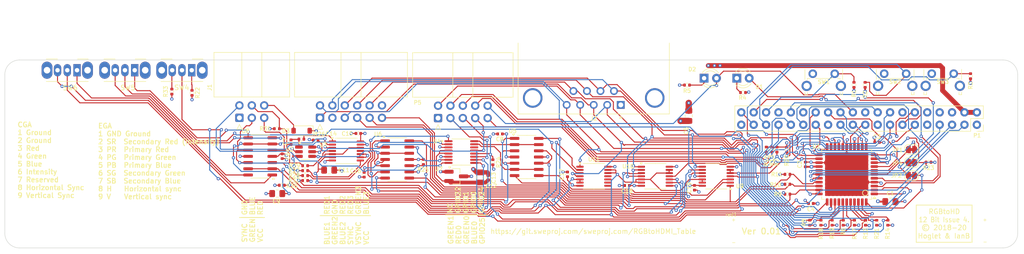
<source format=kicad_pcb>
(kicad_pcb
	(version 20240108)
	(generator "pcbnew")
	(generator_version "8.0")
	(general
		(thickness 1.6)
		(legacy_teardrops no)
	)
	(paper "A4")
	(title_block
		(title "RGBtoHDMI_Table")
		(date "2024-10-21")
		(rev "0.01")
		(company "SweProj.com")
	)
	(layers
		(0 "F.Cu" signal)
		(1 "In1.Cu" signal)
		(2 "In2.Cu" signal)
		(31 "B.Cu" signal)
		(34 "B.Paste" user)
		(35 "F.Paste" user)
		(36 "B.SilkS" user "B.Silkscreen")
		(37 "F.SilkS" user "F.Silkscreen")
		(38 "B.Mask" user)
		(39 "F.Mask" user)
		(40 "Dwgs.User" user "User.Drawings")
		(41 "Cmts.User" user "User.Comments")
		(44 "Edge.Cuts" user)
		(45 "Margin" user)
		(46 "B.CrtYd" user "B.Courtyard")
		(47 "F.CrtYd" user "F.Courtyard")
		(48 "B.Fab" user)
		(49 "F.Fab" user)
	)
	(setup
		(stackup
			(layer "F.SilkS"
				(type "Top Silk Screen")
			)
			(layer "F.Paste"
				(type "Top Solder Paste")
			)
			(layer "F.Mask"
				(type "Top Solder Mask")
				(thickness 0.01)
			)
			(layer "F.Cu"
				(type "copper")
				(thickness 0.035)
			)
			(layer "dielectric 1"
				(type "prepreg")
				(thickness 0.1)
				(material "FR4")
				(epsilon_r 4.5)
				(loss_tangent 0.02)
			)
			(layer "In1.Cu"
				(type "copper")
				(thickness 0.035)
			)
			(layer "dielectric 2"
				(type "core")
				(thickness 1.24)
				(material "FR4")
				(epsilon_r 4.5)
				(loss_tangent 0.02)
			)
			(layer "In2.Cu"
				(type "copper")
				(thickness 0.035)
			)
			(layer "dielectric 3"
				(type "prepreg")
				(thickness 0.1)
				(material "FR4")
				(epsilon_r 4.5)
				(loss_tangent 0.02)
			)
			(layer "B.Cu"
				(type "copper")
				(thickness 0.035)
			)
			(layer "B.Mask"
				(type "Bottom Solder Mask")
				(thickness 0.01)
			)
			(layer "B.Paste"
				(type "Bottom Solder Paste")
			)
			(layer "B.SilkS"
				(type "Bottom Silk Screen")
			)
			(copper_finish "None")
			(dielectric_constraints no)
		)
		(pad_to_mask_clearance 0.05)
		(solder_mask_min_width 0.1)
		(allow_soldermask_bridges_in_footprints yes)
		(aux_axis_origin 84.402 56.40096)
		(grid_origin 45.002 28.00096)
		(pcbplotparams
			(layerselection 0x00010f0_ffffffff)
			(plot_on_all_layers_selection 0x0000000_00000000)
			(disableapertmacros no)
			(usegerberextensions yes)
			(usegerberattributes no)
			(usegerberadvancedattributes no)
			(creategerberjobfile no)
			(dashed_line_dash_ratio 12.000000)
			(dashed_line_gap_ratio 3.000000)
			(svgprecision 4)
			(plotframeref no)
			(viasonmask no)
			(mode 1)
			(useauxorigin no)
			(hpglpennumber 1)
			(hpglpenspeed 20)
			(hpglpendiameter 15.000000)
			(pdf_front_fp_property_popups yes)
			(pdf_back_fp_property_popups yes)
			(dxfpolygonmode yes)
			(dxfimperialunits yes)
			(dxfusepcbnewfont yes)
			(psnegative no)
			(psa4output no)
			(plotreference yes)
			(plotvalue no)
			(plotfptext yes)
			(plotinvisibletext no)
			(sketchpadsonfab no)
			(subtractmaskfromsilk no)
			(outputformat 1)
			(mirror no)
			(drillshape 0)
			(scaleselection 1)
			(outputdirectory "manufacturing/")
		)
	)
	(net 0 "")
	(net 1 "/3V3")
	(net 2 "/GPIO19")
	(net 3 "/GPIO16")
	(net 4 "/GPIO26")
	(net 5 "Net-(D1-K)")
	(net 6 "Net-(D2-K)")
	(net 7 "/VCC")
	(net 8 "GND")
	(net 9 "/SYNC")
	(net 10 "/VSYNC")
	(net 11 "/RxD")
	(net 12 "/TxD")
	(net 13 "/SPDATA")
	(net 14 "/SPCLK")
	(net 15 "/CLKEN")
	(net 16 "/R1")
	(net 17 "/B1")
	(net 18 "/G2")
	(net 19 "/R2")
	(net 20 "/B2")
	(net 21 "/R3")
	(net 22 "/G3")
	(net 23 "/B3")
	(net 24 "/B0")
	(net 25 "/G0")
	(net 26 "/R0")
	(net 27 "/G1")
	(net 28 "/GPIO27_genlock")
	(net 29 "/GPIO25_mode7")
	(net 30 "/GPIO0_sp_data")
	(net 31 "/GPIO20_sp_clk")
	(net 32 "/GPIO1_sp_clken")
	(net 33 "/GPIO17_psync")
	(net 34 "/GPIO18_Version")
	(net 35 "/GPIO22_analog")
	(net 36 "/GPIO24_mux")
	(net 37 "/GPIO21_clk")
	(net 38 "/GPIO2_Q00")
	(net 39 "/GPIO3_Q01")
	(net 40 "/GPIO4_Q02")
	(net 41 "/GPIO10_Q08")
	(net 42 "/GPIO9_Q07")
	(net 43 "/GPIO11_Q09")
	(net 44 "/GPIO8_Q06")
	(net 45 "/GPIO7_Q05")
	(net 46 "/GPIO5_Q03")
	(net 47 "/GPIO6_Q04")
	(net 48 "/GPIO12_Q10")
	(net 49 "/GPIO13_Q11")
	(net 50 "/GPIO23_csync")
	(net 51 "/AGREEN")
	(net 52 "/CGREEN")
	(net 53 "/CLAMPLVL")
	(net 54 "/VANALOG")
	(net 55 "/ASYNC")
	(net 56 "/VCLAMP")
	(net 57 "Net-(R27-Pad2)")
	(net 58 "/ABLUE")
	(net 59 "Net-(R28-Pad2)")
	(net 60 "/ARED")
	(net 61 "Net-(R29-Pad2)")
	(net 62 "/SGREEN")
	(net 63 "unconnected-(U4-DOUT-Pad14)")
	(net 64 "/REFGYSYNC")
	(net 65 "/REFRBUVLO")
	(net 66 "/REFSYNC")
	(net 67 "/SPARE")
	(net 68 "/REFGYLO")
	(net 69 "/REFGYHI")
	(net 70 "/REFRBUVHI")
	(net 71 "/DETECT")
	(net 72 "/B3_A")
	(net 73 "/R2_A")
	(net 74 "/B2_A")
	(net 75 "/SYNC_A")
	(net 76 "/G2_A")
	(net 77 "/VSYNC_A")
	(net 78 "/TERM")
	(net 79 "/R3_A")
	(net 80 "/G0_A")
	(net 81 "/B1_A")
	(net 82 "/R1_A")
	(net 83 "unconnected-(U11-Pad8)")
	(net 84 "unconnected-(U11-Pad11)")
	(net 85 "unconnected-(U11-Pad9)")
	(net 86 "unconnected-(U11-Pad10)")
	(net 87 "/VCC_IN")
	(net 88 "unconnected-(P5-Pin_1-Pad1)")
	(net 89 "Net-(SW4-A)")
	(net 90 "Net-(SW4-C)")
	(net 91 "Net-(SW5-C)")
	(net 92 "Net-(SW5-A)")
	(net 93 "Net-(SW6-A)")
	(net 94 "Net-(SW6-C)")
	(footprint "rgbtohdmi:RPi_Hat_Mounting_Hole" (layer "F.Cu") (at 268.721 97.27))
	(footprint "rgbtohdmi:RPi_Hat_Mounting_Hole" (layer "F.Cu") (at 210.721 97.27))
	(footprint "rgbtohdmi:RPi_Hat_Mounting_Hole" (layer "F.Cu") (at 268.721 120.27))
	(footprint "rgbtohdmi:RPi_Hat_Mounting_Hole" (layer "F.Cu") (at 210.721 120.27))
	(footprint "Jumper:SolderJumper-2_P1.3mm_Bridged_RoundedPad1.0x1.5mm" (layer "F.Cu") (at 250.462 108.95496))
	(footprint "Jumper:SolderJumper-2_P1.3mm_Bridged_RoundedPad1.0x1.5mm" (layer "F.Cu") (at 250.462 103.62096 180))
	(footprint "Jumper:SolderJumper-2_P1.3mm_Bridged_RoundedPad1.0x1.5mm" (layer "F.Cu") (at 250.462 106.28796 180))
	(footprint "Capacitor_SMD:C_0805_2012Metric_Pad1.18x1.45mm_HandSolder" (layer "F.Cu") (at 246.129 114.28896))
	(footprint "Capacitor_SMD:C_0402_1005Metric" (layer "F.Cu") (at 228.73 106.66896 90))
	(footprint "Capacitor_SMD:C_0402_1005Metric" (layer "F.Cu") (at 243.4086 102.14776))
	(footprint "Capacitor_SMD:C_0402_1005Metric" (layer "F.Cu") (at 229.8515 114.66996 180))
	(footprint "Resistor_SMD:R_0402_1005Metric" (layer "F.Cu") (at 238.677 90.35996 90))
	(footprint "Resistor_SMD:R_0402_1005Metric" (layer "F.Cu") (at 240.963 90.35996 90))
	(footprint "Resistor_SMD:R_0402_1005Metric" (layer "F.Cu") (at 262.553 88.58196 90))
	(footprint "Resistor_SMD:R_0402_1005Metric" (layer "F.Cu") (at 215.944 91.93696))
	(footprint "Resistor_SMD:R_0402_1005Metric" (layer "F.Cu") (at 204.475 90.41296 180))
	(footprint "Button_Switch_THT:SW_Tactile_SPST_Angled_PTS645Vx39-2LFS" (layer "F.Cu") (at 230.2396 88.09346))
	(footprint "Button_Switch_THT:SW_Tactile_SPST_Angled_PTS645Vx39-2LFS" (layer "F.Cu") (at 244.87 88.07616))
	(footprint "Button_Switch_THT:SW_Tactile_SPST_Angled_PTS645Vx39-2LFS" (layer "F.Cu") (at 254.6126 88.07616))
	(footprint "Package_QFP:LQFP-44_10x10mm_P0.8mm" (layer "F.Cu") (at 237.183 108.70096 180))
	(footprint "rgbtohdmi:PinSocket_2x20_P2.54mm_Vertical_Custom" (layer "F.Cu") (at 263.853 98.54096 -90))
	(footprint "Resistor_SMD:R_0402_1005Metric" (layer "F.Cu") (at 222.888 103.61896 90))
	(footprint "Connector_IDC:IDC-Header_2x06_P2.54mm_Horizontal" (layer "F.Cu") (at 129.289 97.11856 90))
	(footprint "Connector_IDC:IDC-Header_2x05_P2.54mm_Horizontal" (layer "F.Cu") (at 153.4698 97.16936 90))
	(footprint "LED_THT:LED_D3.0mm" (layer "F.Cu") (at 214.674 89))
	(footprint "LED_THT:LED_D3.0mm" (layer "F.Cu") (at 207.9782 89))
	(footprint "Resistor_SMD:R_0402_1005Metric" (layer "F.Cu") (at 231.905 118.60696 -90))
	(footprint "Capacitor_SMD:C_0402_1005Metric" (layer "F.Cu") (at 163.7314 109.38416 90))
	(footprint "Resistor_SMD:R_0402_1005Metric" (layer "F.Cu") (at 98.936 91.74546 -90))
	(footprint "Package_SO:TSSOP-14_4.4x5mm_P0.65mm" (layer "F.Cu") (at 210.4674 109.08776 180))
	(footprint "Package_SO:QSOP-16_3.9x4.9mm_P0.635mm"
		(layer "F.Cu")
		(uuid "1b5112fe-303d-444e-9e67-45ab31f7ed89")
		(at 158.245 104.12896)
		(descr "QSOP, 16 Pin (https://pdfserv.maximintegrated.com/package_dwgs/21-0055.PDF), generated with kicad-footprint-generator ipc_gullwing_generator.py")
		(tags "QSOP SO")
		(property "Reference" "U4"
			(at -4.9825 -2.2225 0)
			(layer "F.SilkS")
			(uuid "15cba79d-2f8f-4642-a100-9e7dea9bfd02")
			(effects
				(font
					(size 0.8 0.8)
					(thickness 0.15)
				)
			)
		)
		(property "Value" "MAX5259EEE+"
			(at 0 3.4 0)
			(layer "F.Fab")
			(uuid "91a354f4-7f12-4f33-9779-bd05d450d728")
			(effects
				(font
					(size 1 1)
					(thickness 0.15)
				)
			)
		)
		(property "Footprint" "Package_SO:QSOP-16_3.9x4.9mm_P0.635mm"
			(at 0 0 0)
			(unlocked yes)
			(layer "F.Fab")
			(hide yes)
			(uuid "a88579cc-1fa5-400b-ac95-2aacc5374444")
			(effects
				(font
					(size 1.27 1.27)
					(thickness 0.15)
				)
			)
		)
		(property "Datasheet" ""
			(at 0 0 0)
			(unlocked yes)
			(layer "F.Fab")
			(hide yes)
			(uuid "95a33722-a09f-4d9d-848f-f4b45dc26a48")
			(effects
				(font
					(size 1.27 1.27)
					(thickness 0.15)
				)
			)
		)
		(property "Description" ""
			(at 0 0 0)
			(unlocked yes)
			(layer "F.Fab")
			(hide yes)
			(uuid "14f10e5b-1353-4a7e-8150-acc7de735102")
			(effects
				(font
					(size 1.27 1.27)
					(thickness 0.15)
				)
			)
		)
		(property "LCSC" ""
			(at 0 0 0)
			(unlocked yes)
			(layer "F.Fab")
			(hide yes)
			(uuid "06cb246d-99ca-422f-a0fe-15cc3454c3ca")
			(effects
				(font
					(size 1 1)
					(thickness 0.15)
				)
			)
		)
		(path "/71b68b90-b720-48f7-9024-7798b93e89e1")
		(sheetname "Root")
		(sheetfile "rgb-to-hdmi.kicad_sch")
		(attr smd)
		(fp_line
			(start 0 -2.6825)
			(end -1.95 -2.6825)
			(stroke
				(width 0.12)
				(type solid)
			)
			(layer "F.SilkS")
			(uuid "de1458a0-eb6b-4588-b4b8-26797494ced9")
		)
		(fp_line
			(start 0 -2.6825)
			(end 1.95 -2.6825)
			(stroke
				(width 0.12)
				(type solid)
			)
			(layer "F.SilkS")
			(uuid "65209a9b-6aa1-423e-98f6-17b42ac7d8e5")
		)
		(fp_line
			(start 0 2.6825)
			(end -1.95 2.6825)
			(stroke
				(width 0.12)
				(type solid)
			)
			(layer "F.SilkS")
			(uuid "5960f843-9dc3-45f2-a074-1dd74f0c06a1")
		)
		(fp_line
			(start 0 2.6825)
			(end 1.95 2.6825)
			(stroke
				(width 0.12)
				(type solid)
			)
			(layer "F.SilkS")
			(uuid "4875184c-00f9-4ddb-a484-53df981dbddf")
		)
		(fp_poly
			(pts
				(xy -3.71 -2.2225) (xy -4.04 -2.4625) (xy -4.04 -1.9825) (xy -3.71 -2.2225)
			)
			(stroke
				(width 0.12)
				(type solid)
			)
			(fill solid)
			(layer "F.SilkS")
			(uuid "a74eec00-3c38-4fe8-8086-8a78c3d5463d")
		)
		(fp_line
			(start -3.7 -2.7)
			(end -3.7 2.7)
			(stroke
				(width 0.05)
				(type solid)
			)
			(layer "F.CrtYd")
			(uuid "1ad6dc59-28c0-4610-a3a8-5fb9ed452f37")
		)
		(fp_line
			(start -3.7 2.7)
			(end 3.7 2.7)
			(stroke
				(width 0.05)
				(type solid)
			)
			(layer "F.CrtYd")
			(uuid "fff563a2-4c40-4a86-befb-6af4600f61f2")
		)
		(fp_line
			(start 3.7 -2.7)
			(end -3.7 -2.7)
			(stroke
				(width 0.05)
				(type solid)
			)
			(layer "F.CrtYd")
			(uuid "8760bf07-f782-4ef7-b3d8-306c1b5ff73d")
		)
		(fp_line
			(start 3.7 2.7)
			(end 3.7 -2.7)
			(stroke
				(width 0.05)
				(type solid)
			)
			(layer "F.CrtYd")
			(uuid "ab48022b-cde8-4cae-956b-26a3d2cbf260")
		)
		(fp_line
			(start -1.95 -1.475)
			(end -0.975 -2.45)
			(stroke
				(width 0.1)
				(type solid)
			)
			(layer "F.Fab")
			(uuid "500c8c83-9cf5-4969-bf11-d09ff3236cd6")
		)
		(fp_line
			(start -1.95 2.45)
			(end -1.95 -1.475)
			(stroke
				(width 0.1)
				(type solid)
			)
			(layer "F.Fab")
			(uuid "91da9da7-892e-4ba8-9cba-77247001fdec")
		)
		(fp_line
			(start -0.975 -2.45)
			(end 1.95 -2.45)
			(stroke
				(width 0.1)
				(type solid)
			)
			(layer "F.Fab")
			(uuid "fd1a7d65-7775-4183-bf7a-367dc90165b3")
		)
		(fp_line
			(start 1.95 -2.45)
			(end 1.95 2.45)
			(stroke
				(width 0.1)
				(type solid)
			)
			(layer "F.Fab")
			(uuid "b1a0eb42-af0f-4e75-bd40-f39df5b9f2b6")
		)
		(fp_line
			(start 1.95 2.45)
			(end -1.95 2.45)
			(stroke
				(width 0.1)
				(type solid)
			)
			(layer "F.Fab")
			(uuid "51157973-e7fd-4663-8dcd-6ebac6a640d0")
		)
		(fp_text user "${REFERENCE}"
			(at 0 0 0)
			(layer "F.Fab")
			(uuid "463785c9-8596-434d-84e8-92a404e2b754")
			(effects
				(font
					(size 0.98 0.98)
					(thickness 0.15)
				)
			)
		)
		(pad "1" smd roundrect
			(at -2.6375 -2.2225)
			(size 1.625 0.4)
			(layers "F.Cu" "F.Paste" "F.Mask")
			(roundrect_rratio 0.25)
			(net 68 "/REFGYLO")
			(pinfunction "OUTB")
			(pintype "output")
			(uuid "a3d44d79-6107-4467-8ee0-39a349bc7389")
		)
		(pad "2" smd roundrect
			(at -2.6375 -1.5875)
			(size 1.625 0.4)
			(layers "F.Cu" "F.Paste" "F.Mask")
			(roundrect_rratio 0.25)
			(net 69 "/REFGYHI")
			(pinfunction "OUTA")
			(pintype "output")
			(uuid "27f7897a-3527-4a99-be6c-71cee495d763")
		)
		(pad "3" smd roundrect
			(at -2.6375 -0.9525)
			(size 1.625 0.4)
			(layers "F.Cu" "F.Paste" "F.Mask")
			(roundrect_rratio 0.25)
			(net 8 "GND")
			(pinfunction "GND")
			(pintype "power_in")
			(uuid "cdee3410-ed0b-43dc-8503-d1e93d3f82d3")
		)
		(pad "4" smd roundrect
			(at -2.6375 -0.3175)
			(size 1.625 0.4)
			(layers "F.Cu" "F.Paste" "F.Mask")
			(roundrect_rratio 0.25)
			(net 54 "/VANALOG")
			(pinfunction "VDD")
			(pintype "power_in")
			(uuid "5720abee-2751-4a5d-81e1-9bb3dcd7c54c")
		)
		(pad "5" smd roundrect
			(at -2.6375 0.3175)
			(size 1.625 0.4)
			(layers "F.Cu" "F.Paste" "F.Mask")
			(roundrect_rratio 0.25)
			(net 54 "/VANALOG")
			(pinfunction "REF")
			(pintype "input")
			(uuid "9f2cfaa9-bfae-43cb-9bf2-28b846a6f354")
		)
		(pad "6" smd roundrect
			(at -2.6375 0.9525)
			(size 1.625 0.4)
			(layers "F.Cu" "F.Paste" "F.Mask")
			(roundrect_rratio 0.25)
			(net 8 "GND")
			(pinfunction "LDAC")
			(pintype "input")
			(uuid "d26c4bab-bc2a-4248-9d88-8d7f76c18d9a")
		)
		(pad "7" smd roundrect
			(at -2.6375 1.5875)
			(size 1.625 0.4)
			(layers "F.Cu" "F.Paste" "F.Mask")
			(roundrect_rratio 0.25)
			(net 64 "/REFGYSYNC")
			(pinfunction "OUTE")
			(pintype "output")
			(uuid "bffcc4bf-6509-4d3c-ac01-eabd3ed3ceb4")
		)
		(pad "8" smd roundrect
			(at -2.6375 2.2225)
			(size 1.625 0.4)
			(layers "F.Cu" "F.Paste" "F.Mask")
			(roundrect_rratio 0.25)
			(net 66 "/REFSYNC")
			(pinfunction "OUTF")
			(pintype "output")
			(uuid "c8797aae-3198-4f14-91c3-8712cd0e6fe0")
		)
		(pad "9" smd roundrect
			(at 2.6375 2.2225)
			(size 1.625 0.4)
			(layers "F.Cu" "F.Paste" "F.Mask")
			(roundrect_rratio 0.25)
			(net 53 "/CLAMPLVL")
			(pinfunction "OUTG")
			(pintype "output")
			(uuid "81d67007-9286-4aae-a8df-7bfbe5923e30")
		)
		(pad "10" smd roundrect
			(at 2.6375 1.5875)
			(size 1.625 0.4)
			(layers "F.Cu" "F.Paste" "F.Mask")
			(roundrect_rratio 0.25)
			(net 67 "/SPARE")
			(pinfunction "OUTH")
			(pintype "output")
			(uuid "58baf4de-0eab-440d-b898-48eb116653b2")
		)
		(pad "11" smd roundrect
			(at 2.6375 0.9525)
			(size 1.625 0.4)
			(layers "F.Cu" "F.Paste" "F.Mask")
			(roundrect_rratio 0.25)
			(net 35 "/GPIO22_analog")
			(pinfunction "CS")
			(pintype "input")
			(uuid "b5f51946-e5cd-4500-b54a-3288dea7c8c2")
		)
		(pad "12" smd roundrect
			(at 2.6375 0.3175)
			(size 1.625 0.4)
			(layers "F.Cu" "F.Paste" "F.Mask")
			(roundrect_rratio 0.25)
			(net 32 "/GPIO1_sp_clken")
			(pinfunction "SCLK")
			(pintype "input")
			(uuid "2f1cc7fb-7fdf-46e5-a76d-76a73bc80958")
		)
		(pad "13" smd roundrect
			(at 2.6375 -0.3175)
			(size 1.625 0.4)
			(layers "F.Cu" "F.Paste" "F.Mask")
			(roundrect_rratio 0.25)
			(net 30 "/GPIO0_sp_data")
			(pinfunction "DIN")
			(pintype "input")
			(uuid "f343df3a-b26a-461f-8545-6dde26dc57c1")
		)
		(pad "14" smd roundrect
			(at 2.6375 -0.9525)
			(size 1.625 0.4)
			(layers "F.Cu" "F.Paste" "F.Mask")
			(roundrect_rratio 0.25)
			(net 63 "unconnected-(U4-DOUT-Pad14)")
			(pinfunction "DOUT")
			(pintype "output+no_connect")
			(uuid "26ba0ed2-3ea0-4733-9cdb-d84e7c838e15")
		)
		(pad "15" smd roundrect
			(at 2.6375 -1.5875)
			(size 
... [1497801 chars truncated]
</source>
